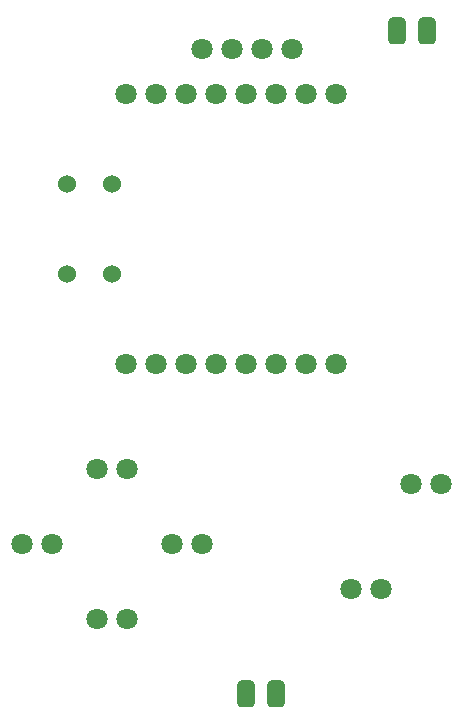
<source format=gbr>
%TF.GenerationSoftware,KiCad,Pcbnew,7.0.9+dfsg-1*%
%TF.CreationDate,2023-12-18T20:04:22+07:00*%
%TF.ProjectId,wifi,77696669-2e6b-4696-9361-645f70636258,rev?*%
%TF.SameCoordinates,Original*%
%TF.FileFunction,Soldermask,Bot*%
%TF.FilePolarity,Negative*%
%FSLAX46Y46*%
G04 Gerber Fmt 4.6, Leading zero omitted, Abs format (unit mm)*
G04 Created by KiCad (PCBNEW 7.0.9+dfsg-1) date 2023-12-18 20:04:22*
%MOMM*%
%LPD*%
G01*
G04 APERTURE LIST*
G04 Aperture macros list*
%AMRoundRect*
0 Rectangle with rounded corners*
0 $1 Rounding radius*
0 $2 $3 $4 $5 $6 $7 $8 $9 X,Y pos of 4 corners*
0 Add a 4 corners polygon primitive as box body*
4,1,4,$2,$3,$4,$5,$6,$7,$8,$9,$2,$3,0*
0 Add four circle primitives for the rounded corners*
1,1,$1+$1,$2,$3*
1,1,$1+$1,$4,$5*
1,1,$1+$1,$6,$7*
1,1,$1+$1,$8,$9*
0 Add four rect primitives between the rounded corners*
20,1,$1+$1,$2,$3,$4,$5,0*
20,1,$1+$1,$4,$5,$6,$7,0*
20,1,$1+$1,$6,$7,$8,$9,0*
20,1,$1+$1,$8,$9,$2,$3,0*%
G04 Aperture macros list end*
%ADD10C,1.800000*%
%ADD11RoundRect,0.381000X0.381000X-0.762000X0.381000X0.762000X-0.381000X0.762000X-0.381000X-0.762000X0*%
%ADD12C,1.524000*%
G04 APERTURE END LIST*
D10*
%TO.C,UP*%
X133380000Y-116810000D03*
X135920000Y-116810000D03*
%TD*%
%TO.C,B*%
X154910000Y-126970000D03*
X157450000Y-126970000D03*
%TD*%
%TO.C,SSD1306*%
X142240000Y-81250000D03*
X144780000Y-81250000D03*
X147320000Y-81250000D03*
X149860000Y-81250000D03*
%TD*%
%TO.C,RIGHT*%
X139700000Y-123160000D03*
X142240000Y-123160000D03*
%TD*%
%TO.C,DOWN*%
X133350000Y-129510000D03*
X135890000Y-129510000D03*
%TD*%
%TO.C,A*%
X159990000Y-118080000D03*
X162530000Y-118080000D03*
%TD*%
%TO.C,LEFT*%
X127000000Y-123160000D03*
X129540000Y-123160000D03*
%TD*%
D11*
%TO.C,POWER IN*%
X161290000Y-79740000D03*
X158750000Y-79740000D03*
%TD*%
%TO.C,SEN*%
X148560000Y-135890000D03*
X146020000Y-135890000D03*
%TD*%
D12*
%TO.C,R2*%
X134620000Y-92710000D03*
X134620000Y-100330000D03*
%TD*%
D10*
%TO.C,OTAK DISINI*%
X135860000Y-85060000D03*
X138400000Y-85060000D03*
X140940000Y-85060000D03*
X143480000Y-85060000D03*
X146020000Y-85060000D03*
X148560000Y-85060000D03*
X151100000Y-85060000D03*
X153640000Y-85060000D03*
X153640000Y-107920000D03*
X151100000Y-107920000D03*
X148560000Y-107920000D03*
X146020000Y-107920000D03*
X143480000Y-107920000D03*
X140940000Y-107920000D03*
X138400000Y-107920000D03*
X135860000Y-107920000D03*
%TD*%
D12*
%TO.C,R1*%
X130810000Y-92710000D03*
X130810000Y-100330000D03*
%TD*%
M02*

</source>
